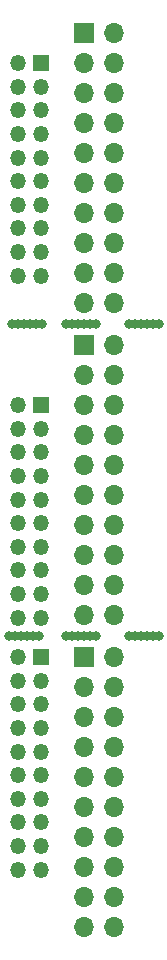
<source format=gbr>
%TF.GenerationSoftware,KiCad,Pcbnew,5.1.10*%
%TF.CreationDate,2021-05-25T21:42:46+02:00*%
%TF.ProjectId,ebaz_200to254,6562617a-5f32-4303-9074-6f3235342e6b,rev?*%
%TF.SameCoordinates,Original*%
%TF.FileFunction,Soldermask,Bot*%
%TF.FilePolarity,Negative*%
%FSLAX46Y46*%
G04 Gerber Fmt 4.6, Leading zero omitted, Abs format (unit mm)*
G04 Created by KiCad (PCBNEW 5.1.10) date 2021-05-25 21:42:46*
%MOMM*%
%LPD*%
G01*
G04 APERTURE LIST*
%ADD10R,1.350000X1.350000*%
%ADD11O,1.350000X1.350000*%
%ADD12R,1.700000X1.700000*%
%ADD13O,1.700000X1.700000*%
%ADD14C,0.800000*%
G04 APERTURE END LIST*
D10*
%TO.C,J1*%
X135096000Y-85852000D03*
D11*
X133096000Y-85852000D03*
X135096000Y-87852000D03*
X133096000Y-87852000D03*
X135096000Y-89852000D03*
X133096000Y-89852000D03*
X135096000Y-91852000D03*
X133096000Y-91852000D03*
X135096000Y-93852000D03*
X133096000Y-93852000D03*
X135096000Y-95852000D03*
X133096000Y-95852000D03*
X135096000Y-97852000D03*
X133096000Y-97852000D03*
X135096000Y-99852000D03*
X133096000Y-99852000D03*
X135096000Y-101852000D03*
X133096000Y-101852000D03*
X135096000Y-103852000D03*
X133096000Y-103852000D03*
%TD*%
D12*
%TO.C,J2*%
X138684000Y-85852000D03*
D13*
X141224000Y-85852000D03*
X138684000Y-88392000D03*
X141224000Y-88392000D03*
X138684000Y-90932000D03*
X141224000Y-90932000D03*
X138684000Y-93472000D03*
X141224000Y-93472000D03*
X138684000Y-96012000D03*
X141224000Y-96012000D03*
X138684000Y-98552000D03*
X141224000Y-98552000D03*
X138684000Y-101092000D03*
X141224000Y-101092000D03*
X138684000Y-103632000D03*
X141224000Y-103632000D03*
X138684000Y-106172000D03*
X141224000Y-106172000D03*
X138684000Y-108712000D03*
X141224000Y-108712000D03*
%TD*%
%TO.C,J2*%
X141224000Y-82296000D03*
X138684000Y-82296000D03*
X141224000Y-79756000D03*
X138684000Y-79756000D03*
X141224000Y-77216000D03*
X138684000Y-77216000D03*
X141224000Y-74676000D03*
X138684000Y-74676000D03*
X141224000Y-72136000D03*
X138684000Y-72136000D03*
X141224000Y-69596000D03*
X138684000Y-69596000D03*
X141224000Y-67056000D03*
X138684000Y-67056000D03*
X141224000Y-64516000D03*
X138684000Y-64516000D03*
X141224000Y-61976000D03*
X138684000Y-61976000D03*
X141224000Y-59436000D03*
D12*
X138684000Y-59436000D03*
%TD*%
D11*
%TO.C,J1*%
X133096000Y-82516000D03*
X135096000Y-82516000D03*
X133096000Y-80516000D03*
X135096000Y-80516000D03*
X133096000Y-78516000D03*
X135096000Y-78516000D03*
X133096000Y-76516000D03*
X135096000Y-76516000D03*
X133096000Y-74516000D03*
X135096000Y-74516000D03*
X133096000Y-72516000D03*
X135096000Y-72516000D03*
X133096000Y-70516000D03*
X135096000Y-70516000D03*
X133096000Y-68516000D03*
X135096000Y-68516000D03*
X133096000Y-66516000D03*
X135096000Y-66516000D03*
X133096000Y-64516000D03*
D10*
X135096000Y-64516000D03*
%TD*%
D13*
%TO.C,J2*%
X141224000Y-55880000D03*
X138684000Y-55880000D03*
X141224000Y-53340000D03*
X138684000Y-53340000D03*
X141224000Y-50800000D03*
X138684000Y-50800000D03*
X141224000Y-48260000D03*
X138684000Y-48260000D03*
X141224000Y-45720000D03*
X138684000Y-45720000D03*
X141224000Y-43180000D03*
X138684000Y-43180000D03*
X141224000Y-40640000D03*
X138684000Y-40640000D03*
X141224000Y-38100000D03*
X138684000Y-38100000D03*
X141224000Y-35560000D03*
X138684000Y-35560000D03*
X141224000Y-33020000D03*
D12*
X138684000Y-33020000D03*
%TD*%
D11*
%TO.C,J1*%
X133096000Y-53560000D03*
X135096000Y-53560000D03*
X133096000Y-51560000D03*
X135096000Y-51560000D03*
X133096000Y-49560000D03*
X135096000Y-49560000D03*
X133096000Y-47560000D03*
X135096000Y-47560000D03*
X133096000Y-45560000D03*
X135096000Y-45560000D03*
X133096000Y-43560000D03*
X135096000Y-43560000D03*
X133096000Y-41560000D03*
X135096000Y-41560000D03*
X133096000Y-39560000D03*
X135096000Y-39560000D03*
X133096000Y-37560000D03*
X135096000Y-37560000D03*
X133096000Y-35560000D03*
D10*
X135096000Y-35560000D03*
%TD*%
D14*
X132588000Y-57658000D03*
X133096000Y-57658000D03*
X133604000Y-57658000D03*
X134112000Y-57658000D03*
X134620000Y-57658000D03*
X135128000Y-57658000D03*
X145034000Y-57658000D03*
X144526000Y-57658000D03*
X144018000Y-57658000D03*
X143510000Y-57658000D03*
X143002000Y-57658000D03*
X142494000Y-57658000D03*
X132334000Y-84074000D03*
X132842000Y-84074000D03*
X133350000Y-84074000D03*
X133858000Y-84074000D03*
X134366000Y-84074000D03*
X134874000Y-84074000D03*
X145034000Y-84074000D03*
X144526000Y-84074000D03*
X144018000Y-84074000D03*
X143510000Y-84074000D03*
X143002000Y-84074000D03*
X142494000Y-84074000D03*
X138176000Y-84074000D03*
X138684000Y-84074000D03*
X139192000Y-84074000D03*
X139700000Y-84074000D03*
X137668000Y-84074000D03*
X137160000Y-84074000D03*
X137160000Y-57658000D03*
X137668000Y-57658000D03*
X138176000Y-57658000D03*
X138684000Y-57658000D03*
X139192000Y-57658000D03*
X139700000Y-57658000D03*
M02*

</source>
